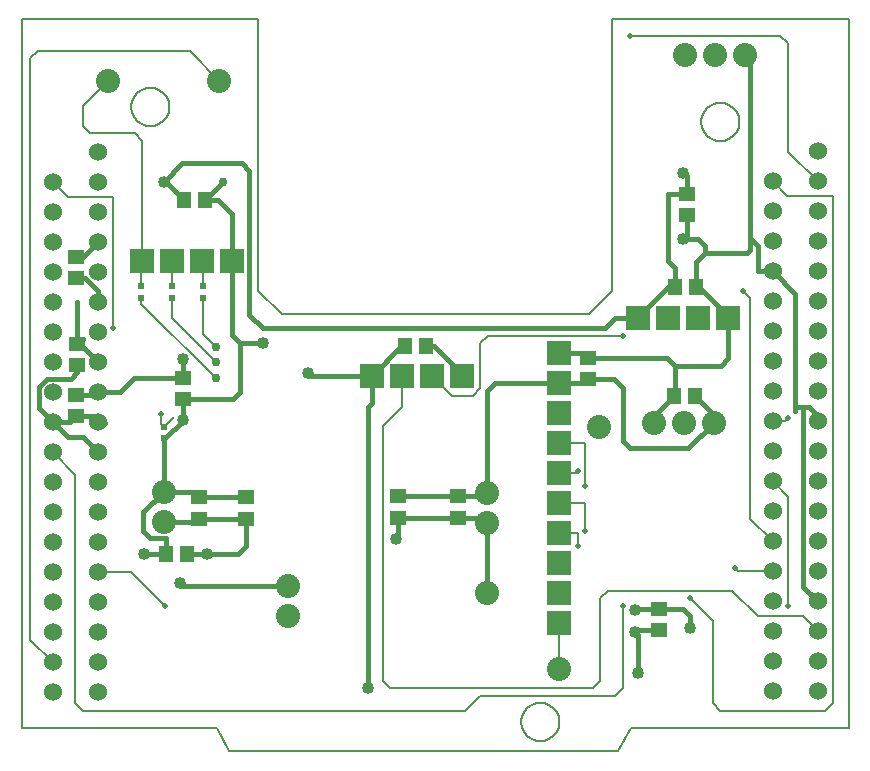
<source format=gbr>
G04 PROTEUS GERBER X2 FILE*
%TF.GenerationSoftware,Labcenter,Proteus,8.12-SP2-Build31155*%
%TF.CreationDate,2024-12-01T22:34:02+00:00*%
%TF.FileFunction,Copper,L2,Bot*%
%TF.FilePolarity,Positive*%
%TF.Part,Single*%
%TF.SameCoordinates,{8af06a29-b4e8-4d9f-b474-ceea615e185d}*%
%FSLAX45Y45*%
%MOMM*%
G01*
%TA.AperFunction,Conductor*%
%ADD10C,0.381000*%
%ADD11C,0.203200*%
%TA.AperFunction,ViaPad*%
%ADD12C,1.016000*%
%ADD13C,0.762000*%
%ADD14C,0.508000*%
%TA.AperFunction,ComponentPad*%
%ADD16C,1.524000*%
%TA.AperFunction,SMDPad,CuDef*%
%ADD20R,1.447800X1.143000*%
%TA.AperFunction,ComponentPad*%
%ADD18R,2.032000X2.032000*%
%TA.AperFunction,ComponentPad*%
%ADD19C,2.032000*%
%TA.AperFunction,SMDPad,CuDef*%
%ADD21R,1.143000X1.447800*%
%ADD22R,0.609600X0.558800*%
%TA.AperFunction,Profile*%
%ADD71C,0.203200*%
%TD.AperFunction*%
D10*
X+5218000Y+3470000D02*
X+5024000Y+3470000D01*
X+4935000Y+3381000D01*
X+2039500Y+3381000D01*
X+1925560Y+3494940D01*
X+1925560Y+4714500D01*
X+1862060Y+4778000D01*
X+1358000Y+4778000D01*
X+1200000Y+4620000D01*
X+5530000Y+3730000D02*
X+5530000Y+3889000D01*
X+5468500Y+3950500D01*
X+5468500Y+4520000D01*
X+5630000Y+4520000D01*
X+1200000Y+4620000D02*
X+1220000Y+4620000D01*
X+1370000Y+4470000D01*
X+5218000Y+3470000D02*
X+5218000Y+3474234D01*
X+5473766Y+3730000D01*
X+5530000Y+3730000D01*
X+470000Y+3250000D02*
X+513229Y+3293229D01*
X+641000Y+3098000D02*
X+489000Y+3250000D01*
X+470000Y+3250000D01*
X+470000Y+3571500D01*
X+5630000Y+4520000D02*
X+5630000Y+4670000D01*
X+5600000Y+4700000D01*
X+470000Y+3571500D02*
X+470000Y+3606344D01*
X+531244Y+3810000D02*
X+641000Y+3700244D01*
X+641000Y+3606000D01*
X+531244Y+3810000D02*
X+528333Y+3810000D01*
X+470000Y+3810000D02*
X+455500Y+3810000D01*
X+528333Y+3810000D02*
X+470000Y+3810000D01*
X+641000Y+2844000D02*
X+833000Y+2844000D01*
X+949000Y+2960000D01*
X+1360000Y+2960000D01*
X+5191419Y+808581D02*
X+5214500Y+785500D01*
X+5214500Y+460000D01*
X+2960000Y+2980000D02*
X+2960000Y+2746000D01*
X+2928500Y+2714500D01*
X+2928500Y+333000D01*
X+2960000Y+2980000D02*
X+2440500Y+2980000D01*
X+2420500Y+3000000D01*
X+5191419Y+808581D02*
X+5211419Y+828581D01*
X+5391419Y+828581D01*
X+2960000Y+2980000D02*
X+2960000Y+2981569D01*
X+3208431Y+3230000D01*
X+3240000Y+3230000D01*
X+641000Y+2844000D02*
X+617000Y+2820000D01*
X+460000Y+2820000D01*
X+1360000Y+2960000D02*
X+1360000Y+3120000D01*
X+4550000Y+2922000D02*
X+4008000Y+2922000D01*
X+3940000Y+2854000D01*
X+3940000Y+1984000D01*
X+5858000Y+2580000D02*
X+5643000Y+2365000D01*
X+5151000Y+2365000D01*
X+5087500Y+2428500D01*
X+5087500Y+2873000D01*
X+5010500Y+2950000D01*
X+4790000Y+2950000D01*
X+3940000Y+1984000D02*
X+3916000Y+1960000D01*
X+3690000Y+1960000D01*
X+3180000Y+1960000D01*
X+5858000Y+2580000D02*
X+5858000Y+2652000D01*
X+5700000Y+2810000D01*
X+4550000Y+2922000D02*
X+4762000Y+2922000D01*
X+4790000Y+2950000D01*
X+1900000Y+1770000D02*
X+1722000Y+1770000D01*
X+1900000Y+1770000D02*
X+1900000Y+1539500D01*
X+1830500Y+1470000D01*
X+1570000Y+1470000D01*
X+1500000Y+1770000D02*
X+1476000Y+1746000D01*
X+1200000Y+1746000D01*
X+1500000Y+1770000D02*
X+1658500Y+1770000D01*
X+1570000Y+1470000D02*
X+1400000Y+1470000D01*
X+1658500Y+1770000D02*
X+1722000Y+1770000D01*
D11*
X+1670000Y+5480000D02*
X+1419500Y+5730500D01*
X+134500Y+5730500D01*
X+71000Y+5667000D01*
X+71000Y+747000D01*
X+260000Y+558000D01*
X+1640000Y+3220000D02*
X+1530000Y+3330000D01*
X+1530000Y+3640000D01*
X+769500Y+3381000D02*
X+769500Y+4495000D01*
X+387000Y+4495000D01*
X+260000Y+4622000D01*
X+1526000Y+3950000D02*
X+1530000Y+3946000D01*
X+1530000Y+3740000D01*
X+1214000Y+1031500D02*
X+925500Y+1320000D01*
X+641000Y+1320000D01*
X+6103500Y+3698500D02*
X+6167000Y+3635000D01*
X+6167000Y+1767000D01*
X+6356000Y+1578000D01*
X+5087500Y+3317500D02*
X+3944500Y+3317500D01*
X+3881000Y+3254000D01*
X+3881000Y+2873000D01*
X+3817500Y+2809500D01*
X+3638500Y+2809500D01*
X+3468000Y+2980000D01*
X+6737000Y+816000D02*
X+6610000Y+943000D01*
X+6230500Y+943000D01*
X+6015000Y+1158500D01*
X+4960500Y+1158500D01*
X+4897000Y+1095000D01*
X+4897000Y+396500D01*
X+4833500Y+333000D01*
X+3119000Y+333000D01*
X+3055500Y+396500D01*
X+3055500Y+2555500D01*
X+3214000Y+2714000D01*
X+3214000Y+2980000D01*
D10*
X+6356000Y+3864000D02*
X+6548000Y+3672000D01*
X+6548000Y+2718460D01*
X+6611500Y+2654960D02*
X+6611500Y+2718460D01*
X+6548000Y+2718460D02*
X+6611500Y+2718460D01*
X+6660800Y+2718460D01*
X+6737000Y+2642260D01*
X+6737000Y+2594000D01*
X+1360000Y+2780000D02*
X+1785500Y+2780000D01*
X+1849000Y+2843500D01*
X+1849000Y+3254000D01*
X+1550000Y+4470000D02*
X+1658500Y+4470000D01*
X+1780000Y+4348500D01*
X+1780000Y+3950000D01*
X+1200000Y+2000000D02*
X+1023500Y+1823500D01*
X+1023500Y+1666500D01*
X+1087000Y+1603000D01*
X+1220000Y+1603000D01*
X+1220000Y+1470000D01*
X+1780000Y+3950000D02*
X+1780000Y+3323000D01*
X+1849000Y+3254000D01*
X+1200000Y+2000000D02*
X+1200000Y+2450000D01*
X+5391419Y+1008581D02*
X+5595500Y+1008581D01*
X+5659000Y+945081D01*
X+5659000Y+841000D01*
X+6611500Y+2654960D02*
X+6611500Y+1195500D01*
X+6737000Y+1070000D01*
X+6548000Y+2718460D02*
X+6548000Y+2682500D01*
X+5980000Y+3470000D02*
X+5980000Y+3127000D01*
X+5916500Y+3063500D01*
X+5532000Y+3063500D01*
X+260000Y+2590000D02*
X+387000Y+2463000D01*
X+514000Y+2463000D01*
X+641000Y+2336000D01*
X+5600000Y+4140000D02*
X+5722500Y+4140000D01*
X+5786000Y+4076500D01*
X+5786000Y+4016000D01*
X+5520000Y+2810000D02*
X+5532000Y+2810000D01*
X+5532000Y+3063500D01*
X+5710000Y+3730000D02*
X+5710000Y+3940000D01*
X+5786000Y+4016000D01*
X+4790000Y+3130000D02*
X+5465500Y+3130000D01*
X+5532000Y+3063500D01*
X+3940000Y+1730000D02*
X+3940000Y+1140000D01*
X+6141355Y+4016000D02*
X+5786000Y+4016000D01*
X+1849000Y+3254000D02*
X+2039500Y+3254000D01*
X+6356000Y+3864000D02*
X+6230500Y+3864000D01*
X+6230500Y+4079500D01*
X+6167000Y+4143000D01*
X+6167000Y+4333500D02*
X+6167000Y+4143000D01*
X+6167000Y+4333500D02*
X+6167000Y+5653000D01*
X+6120000Y+5700000D01*
X+3180000Y+1780000D02*
X+3180000Y+1610000D01*
X+3170000Y+1600000D01*
X+641000Y+4114000D02*
X+517000Y+3990000D01*
X+455500Y+3990000D01*
X+6141355Y+4016000D02*
X+6167000Y+4041645D01*
X+6167000Y+4143000D01*
X+1200000Y+2000000D02*
X+1341000Y+2000000D01*
X+1550000Y+4470000D02*
X+1700000Y+4620000D01*
X+3940000Y+1730000D02*
X+3890000Y+1780000D01*
X+3690000Y+1780000D01*
X+5391419Y+1008581D02*
X+5198581Y+1008581D01*
X+5190000Y+1000000D01*
X+3722000Y+2980000D02*
X+3722000Y+2998096D01*
X+3490096Y+3230000D01*
X+3420000Y+3230000D01*
X+3690000Y+1780000D02*
X+3180000Y+1780000D01*
X+645500Y+2585500D02*
X+648182Y+2582818D01*
X+700498Y+2582818D01*
X+460000Y+2640000D02*
X+591000Y+2640000D01*
X+645500Y+2585500D01*
X+641000Y+2590000D01*
X+5980000Y+3470000D02*
X+5980000Y+3483079D01*
X+5733079Y+3730000D01*
X+5710000Y+3730000D01*
X+1500000Y+1950000D02*
X+1520000Y+1940000D01*
X+1530000Y+1950000D01*
X+1900000Y+1950000D01*
X+470000Y+3070000D02*
X+468426Y+3070000D01*
X+260000Y+2590000D02*
X+145510Y+2704490D01*
X+145510Y+2889266D01*
X+213213Y+2956969D01*
X+415001Y+2956969D01*
X+470000Y+3011968D01*
X+470000Y+3070000D01*
X+260000Y+2590000D02*
X+410000Y+2590000D01*
X+460000Y+2640000D01*
X+1220000Y+1470000D02*
X+1030000Y+1470000D01*
X+5350000Y+2580000D02*
X+5350000Y+2640000D01*
X+5520000Y+2810000D01*
X+4550000Y+3176000D02*
X+4744000Y+3176000D01*
X+4790000Y+3130000D01*
X+5600000Y+4140000D02*
X+5630000Y+4170000D01*
X+5630000Y+4340000D01*
X+1360000Y+2780000D02*
X+1360000Y+2610000D01*
X+1200000Y+2450000D02*
X+1214713Y+2450000D01*
X+1360000Y+2595287D01*
X+1360000Y+2610000D01*
X+1500000Y+1950000D02*
X+1450000Y+2000000D01*
X+1341000Y+2000000D01*
D11*
X+1640000Y+3100000D02*
X+1270000Y+3470000D01*
X+1270000Y+3640000D01*
X+1272000Y+3950000D02*
X+1270000Y+3948000D01*
X+1270000Y+3740000D01*
D10*
X+1341000Y+1222000D02*
X+1359000Y+1204000D01*
X+2250000Y+1204000D01*
D11*
X+1200000Y+2550000D02*
X+1285634Y+2635634D01*
X+1200000Y+2550000D02*
X+1180000Y+2570000D01*
X+1180000Y+2660000D01*
X+1640000Y+2960000D02*
X+1010000Y+3590000D01*
X+1010000Y+3640000D01*
X+1018000Y+3950000D02*
X+1018000Y+4968500D01*
X+954500Y+5032000D01*
X+579000Y+5032000D01*
X+515500Y+5095500D01*
X+515500Y+5265500D01*
X+730000Y+5480000D01*
X+1018000Y+3950000D02*
X+1010000Y+3942000D01*
X+1010000Y+3740000D01*
X+6484500Y+1031500D02*
X+6484500Y+1957500D01*
X+6356000Y+2086000D01*
X+4550000Y+890000D02*
X+4550000Y+500000D01*
X+5659000Y+1095000D02*
X+5849500Y+904500D01*
X+5849500Y+206000D01*
X+5913000Y+142500D01*
X+6802000Y+142500D01*
X+6865500Y+206000D01*
X+6865500Y+4502810D01*
X+6479190Y+4502810D01*
X+6356000Y+4626000D01*
X+4706500Y+1539500D02*
X+4706500Y+1652000D01*
X+4550000Y+1652000D01*
X+4770000Y+1666500D02*
X+4770000Y+1906000D01*
X+4550000Y+1906000D01*
X+6040000Y+1349000D02*
X+6065000Y+1324000D01*
X+6356000Y+1324000D01*
X+4706500Y+2174500D02*
X+4692000Y+2160000D01*
X+4550000Y+2160000D01*
X+4770000Y+2047500D02*
X+4770000Y+2414000D01*
X+4550000Y+2414000D01*
X+5087500Y+1031500D02*
X+5087500Y+333000D01*
X+5024000Y+269500D01*
X+3881000Y+269500D01*
X+3754000Y+142500D01*
X+515500Y+142500D01*
X+452000Y+206000D01*
X+452000Y+2144000D01*
X+260000Y+2336000D01*
X+6484500Y+2619000D02*
X+6484100Y+2619000D01*
X+6459100Y+2594000D01*
X+6356000Y+2594000D01*
X+5151000Y+5857500D02*
X+6421000Y+5857500D01*
X+6484500Y+5794000D01*
X+6484500Y+4878500D01*
X+6737000Y+4626000D01*
D12*
X+1200000Y+4620000D03*
X+5600000Y+4700000D03*
X+5214500Y+460000D03*
X+2928500Y+333000D03*
X+2420500Y+3000000D03*
X+5191419Y+808581D03*
X+1360000Y+3120000D03*
X+1570000Y+1470000D03*
D13*
X+1640000Y+3220000D03*
D14*
X+769500Y+3381000D03*
X+1214000Y+1031500D03*
X+6103500Y+3698500D03*
X+5087500Y+3317500D03*
D12*
X+5659000Y+841000D03*
X+2039500Y+3254000D03*
X+3170000Y+1600000D03*
D13*
X+1700000Y+4620000D03*
D12*
X+5190000Y+1000000D03*
X+1030000Y+1470000D03*
X+5600000Y+4140000D03*
X+1360000Y+2610000D03*
D13*
X+1640000Y+3100000D03*
D12*
X+1341000Y+1222000D03*
D14*
X+1180000Y+2660000D03*
D13*
X+1640000Y+2960000D03*
D14*
X+6484500Y+1031500D03*
X+5659000Y+1095000D03*
X+4706500Y+1539500D03*
X+4770000Y+1666500D03*
X+6040000Y+1349000D03*
X+4706500Y+2174500D03*
X+4770000Y+2047500D03*
X+5087500Y+1031500D03*
X+6484500Y+2619000D03*
X+5151000Y+5857500D03*
D16*
X+641000Y+4876000D03*
X+260000Y+4622000D03*
X+641000Y+4622000D03*
X+260000Y+4368000D03*
X+641000Y+4368000D03*
X+260000Y+4114000D03*
X+641000Y+4114000D03*
X+260000Y+3860000D03*
X+641000Y+3860000D03*
X+260000Y+3606000D03*
X+641000Y+3606000D03*
X+260000Y+3352000D03*
X+641000Y+3352000D03*
X+260000Y+3098000D03*
X+641000Y+3098000D03*
X+260000Y+2844000D03*
X+641000Y+2844000D03*
X+260000Y+2590000D03*
X+641000Y+2590000D03*
X+260000Y+2336000D03*
X+641000Y+2336000D03*
X+260000Y+2082000D03*
X+641000Y+2082000D03*
X+260000Y+1828000D03*
X+641000Y+1828000D03*
X+260000Y+1574000D03*
X+641000Y+1574000D03*
X+260000Y+1320000D03*
X+641000Y+1320000D03*
X+260000Y+1066000D03*
X+641000Y+1066000D03*
X+260000Y+812000D03*
X+641000Y+812000D03*
X+260000Y+558000D03*
X+641000Y+558000D03*
X+260000Y+304000D03*
X+641000Y+304000D03*
X+6737000Y+4880000D03*
X+6356000Y+4626000D03*
X+6737000Y+4626000D03*
X+6356000Y+4372000D03*
X+6737000Y+4372000D03*
X+6356000Y+4118000D03*
X+6737000Y+4118000D03*
X+6356000Y+3864000D03*
X+6737000Y+3864000D03*
X+6356000Y+3610000D03*
X+6737000Y+3610000D03*
X+6356000Y+3356000D03*
X+6737000Y+3356000D03*
X+6356000Y+3102000D03*
X+6737000Y+3102000D03*
X+6356000Y+2848000D03*
X+6737000Y+2848000D03*
X+6356000Y+2594000D03*
X+6737000Y+2594000D03*
X+6356000Y+2340000D03*
X+6737000Y+2340000D03*
X+6356000Y+2086000D03*
X+6737000Y+2086000D03*
X+6356000Y+1832000D03*
X+6737000Y+1832000D03*
X+6356000Y+1578000D03*
X+6737000Y+1578000D03*
X+6356000Y+1324000D03*
X+6737000Y+1324000D03*
X+6356000Y+1070000D03*
X+6737000Y+1070000D03*
X+6356000Y+816000D03*
X+6737000Y+816000D03*
X+6356000Y+562000D03*
X+6737000Y+562000D03*
X+6356000Y+308000D03*
X+6737000Y+308000D03*
D20*
X+5391419Y+828581D03*
X+5391419Y+1008581D03*
D18*
X+4550000Y+890000D03*
X+4550000Y+1144000D03*
X+4550000Y+1398000D03*
X+4550000Y+1652000D03*
X+4550000Y+1906000D03*
X+4550000Y+2160000D03*
X+4550000Y+2414000D03*
X+4550000Y+2668000D03*
X+4550000Y+2922000D03*
X+4550000Y+3176000D03*
D19*
X+1200000Y+2000000D03*
X+1200000Y+1746000D03*
X+3940000Y+1730000D03*
X+3940000Y+1984000D03*
D20*
X+1500000Y+1770000D03*
X+1500000Y+1950000D03*
X+3690000Y+1960000D03*
X+3690000Y+1780000D03*
D19*
X+2250000Y+950000D03*
X+2250000Y+1204000D03*
D21*
X+1370000Y+4470000D03*
X+1550000Y+4470000D03*
D18*
X+3722000Y+2980000D03*
X+3468000Y+2980000D03*
X+3214000Y+2980000D03*
X+2960000Y+2980000D03*
D22*
X+1270000Y+3740000D03*
X+1270000Y+3640000D03*
X+1010000Y+3740000D03*
X+1010000Y+3640000D03*
X+1200000Y+2450000D03*
X+1200000Y+2550000D03*
X+1530000Y+3740000D03*
X+1530000Y+3640000D03*
D18*
X+1780000Y+3950000D03*
X+1526000Y+3950000D03*
X+1272000Y+3950000D03*
X+1018000Y+3950000D03*
X+5980000Y+3470000D03*
X+5726000Y+3470000D03*
X+5472000Y+3470000D03*
X+5218000Y+3470000D03*
D19*
X+6120000Y+5700000D03*
X+5866000Y+5700000D03*
X+5612000Y+5700000D03*
X+5350000Y+2580000D03*
X+5604000Y+2580000D03*
X+5858000Y+2580000D03*
D20*
X+3180000Y+1960000D03*
X+3180000Y+1780000D03*
X+455500Y+3810000D03*
X+455500Y+3990000D03*
D21*
X+3240000Y+3230000D03*
X+3420000Y+3230000D03*
D20*
X+460000Y+2820000D03*
X+460000Y+2640000D03*
D21*
X+5530000Y+3730000D03*
X+5710000Y+3730000D03*
D20*
X+1900000Y+1770000D03*
X+1900000Y+1950000D03*
X+470000Y+3250000D03*
X+470000Y+3070000D03*
D21*
X+1400000Y+1470000D03*
X+1220000Y+1470000D03*
X+5700000Y+2810000D03*
X+5520000Y+2810000D03*
D20*
X+4790000Y+2950000D03*
X+4790000Y+3130000D03*
X+5630000Y+4520000D03*
X+5630000Y+4340000D03*
X+1360000Y+2960000D03*
X+1360000Y+2780000D03*
D19*
X+3940000Y+1140000D03*
X+4550000Y+500000D03*
X+730000Y+5480000D03*
X+1670000Y+5480000D03*
X+4890000Y+2550000D03*
D71*
X+0Y+0D02*
X+1650000Y+0D01*
X+7000000Y+0D02*
X+7000000Y+6000000D01*
X+5000000Y+6000000D01*
X+5000000Y+3700000D01*
X+4800000Y+3500000D01*
X+2200000Y+3500000D01*
X+2000000Y+3700000D02*
X+2000000Y+6000000D01*
X+0Y+6000000D01*
X+0Y+0D01*
X+2000000Y+3700000D02*
X+2200000Y+3500000D01*
X+5160000Y+0D02*
X+7000000Y+0D01*
X+1750000Y-200000D02*
X+5050000Y-200000D01*
X+1650000Y+0D02*
X+1750000Y-200000D01*
X+5160000Y+0D02*
X+5050000Y-200000D01*
X+4550045Y+50000D02*
X+4549508Y+63142D01*
X+4545144Y+89427D01*
X+4536029Y+115712D01*
X+4521182Y+141997D01*
X+4498470Y+168118D01*
X+4472185Y+187898D01*
X+4445900Y+200658D01*
X+4419615Y+208108D01*
X+4393330Y+210987D01*
X+4389000Y+211045D01*
X+4227955Y+50000D02*
X+4228492Y+63142D01*
X+4232856Y+89427D01*
X+4241971Y+115712D01*
X+4256818Y+141997D01*
X+4279530Y+168118D01*
X+4305815Y+187898D01*
X+4332100Y+200658D01*
X+4358385Y+208108D01*
X+4384670Y+210987D01*
X+4389000Y+211045D01*
X+4227955Y+50000D02*
X+4228492Y+36858D01*
X+4232856Y+10573D01*
X+4241971Y-15712D01*
X+4256818Y-41997D01*
X+4279530Y-68118D01*
X+4305815Y-87898D01*
X+4332100Y-100658D01*
X+4358385Y-108108D01*
X+4384670Y-110987D01*
X+4389000Y-111045D01*
X+4550045Y+50000D02*
X+4549508Y+36858D01*
X+4545144Y+10573D01*
X+4536029Y-15712D01*
X+4521182Y-41997D01*
X+4498470Y-68118D01*
X+4472185Y-87898D01*
X+4445900Y-100658D01*
X+4419615Y-108108D01*
X+4393330Y-110987D01*
X+4389000Y-111045D01*
X+6074045Y+5130000D02*
X+6073508Y+5143142D01*
X+6069144Y+5169427D01*
X+6060029Y+5195712D01*
X+6045182Y+5221997D01*
X+6022470Y+5248118D01*
X+5996185Y+5267898D01*
X+5969900Y+5280658D01*
X+5943615Y+5288108D01*
X+5917330Y+5290987D01*
X+5913000Y+5291045D01*
X+5751955Y+5130000D02*
X+5752492Y+5143142D01*
X+5756856Y+5169427D01*
X+5765971Y+5195712D01*
X+5780818Y+5221997D01*
X+5803530Y+5248118D01*
X+5829815Y+5267898D01*
X+5856100Y+5280658D01*
X+5882385Y+5288108D01*
X+5908670Y+5290987D01*
X+5913000Y+5291045D01*
X+5751955Y+5130000D02*
X+5752492Y+5116858D01*
X+5756856Y+5090573D01*
X+5765971Y+5064288D01*
X+5780818Y+5038003D01*
X+5803530Y+5011882D01*
X+5829815Y+4992102D01*
X+5856100Y+4979342D01*
X+5882385Y+4971892D01*
X+5908670Y+4969013D01*
X+5913000Y+4968955D01*
X+6074045Y+5130000D02*
X+6073508Y+5116858D01*
X+6069144Y+5090573D01*
X+6060029Y+5064288D01*
X+6045182Y+5038003D01*
X+6022470Y+5011882D01*
X+5996185Y+4992102D01*
X+5969900Y+4979342D01*
X+5943615Y+4971892D01*
X+5917330Y+4969013D01*
X+5913000Y+4968955D01*
X+1248045Y+5257000D02*
X+1247508Y+5270142D01*
X+1243144Y+5296427D01*
X+1234029Y+5322712D01*
X+1219182Y+5348997D01*
X+1196470Y+5375118D01*
X+1170185Y+5394898D01*
X+1143900Y+5407658D01*
X+1117615Y+5415108D01*
X+1091330Y+5417987D01*
X+1087000Y+5418045D01*
X+925955Y+5257000D02*
X+926492Y+5270142D01*
X+930856Y+5296427D01*
X+939971Y+5322712D01*
X+954818Y+5348997D01*
X+977530Y+5375118D01*
X+1003815Y+5394898D01*
X+1030100Y+5407658D01*
X+1056385Y+5415108D01*
X+1082670Y+5417987D01*
X+1087000Y+5418045D01*
X+925955Y+5257000D02*
X+926492Y+5243858D01*
X+930856Y+5217573D01*
X+939971Y+5191288D01*
X+954818Y+5165003D01*
X+977530Y+5138882D01*
X+1003815Y+5119102D01*
X+1030100Y+5106342D01*
X+1056385Y+5098892D01*
X+1082670Y+5096013D01*
X+1087000Y+5095955D01*
X+1248045Y+5257000D02*
X+1247508Y+5243858D01*
X+1243144Y+5217573D01*
X+1234029Y+5191288D01*
X+1219182Y+5165003D01*
X+1196470Y+5138882D01*
X+1170185Y+5119102D01*
X+1143900Y+5106342D01*
X+1117615Y+5098892D01*
X+1091330Y+5096013D01*
X+1087000Y+5095955D01*
M02*

</source>
